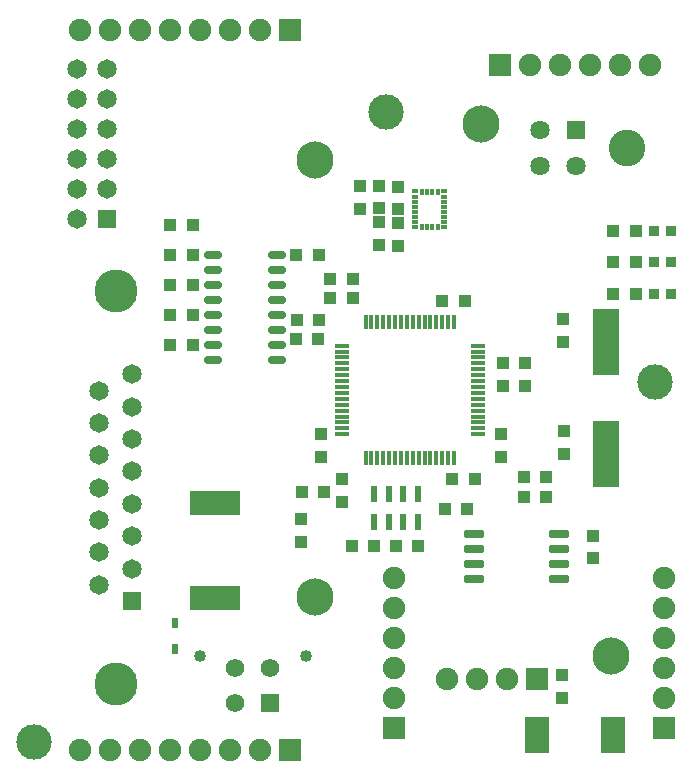
<source format=gts>
G04*
G04 #@! TF.GenerationSoftware,Altium Limited,Altium Designer,20.2.6 (244)*
G04*
G04 Layer_Color=8388736*
%FSLAX44Y44*%
%MOMM*%
G71*
G04*
G04 #@! TF.SameCoordinates,C4BD39D4-7D46-4A15-92C5-5DF00FED93ED*
G04*
G04*
G04 #@! TF.FilePolarity,Negative*
G04*
G01*
G75*
%ADD15R,0.9000X0.9000*%
%ADD29R,1.0000X1.0000*%
%ADD30R,4.3000X2.1000*%
%ADD31R,1.0000X1.0000*%
%ADD32R,0.6000X0.9000*%
%ADD33R,0.4000X1.3000*%
%ADD34R,1.3000X0.4000*%
G04:AMPARAMS|DCode=35|XSize=1.71mm|YSize=0.68mm|CornerRadius=0.195mm|HoleSize=0mm|Usage=FLASHONLY|Rotation=0.000|XOffset=0mm|YOffset=0mm|HoleType=Round|Shape=RoundedRectangle|*
%AMROUNDEDRECTD35*
21,1,1.7100,0.2900,0,0,0.0*
21,1,1.3200,0.6800,0,0,0.0*
1,1,0.3900,0.6600,-0.1450*
1,1,0.3900,-0.6600,-0.1450*
1,1,0.3900,-0.6600,0.1450*
1,1,0.3900,0.6600,0.1450*
%
%ADD35ROUNDEDRECTD35*%
%ADD36R,2.1000X3.1000*%
%ADD37R,0.6300X1.4100*%
%ADD38O,1.5500X0.7000*%
%ADD39R,0.6300X0.3800*%
%ADD40R,0.3800X0.6300*%
%ADD41R,2.2000X5.7000*%
%ADD42C,3.0000*%
%ADD43C,1.6500*%
%ADD44R,1.6500X1.6500*%
%ADD45C,3.6500*%
%ADD46R,1.5700X1.5700*%
%ADD47C,1.5700*%
%ADD48C,1.0200*%
%ADD49C,1.9000*%
%ADD50R,1.9000X1.9000*%
%ADD51R,1.9000X1.9000*%
%ADD52C,3.1480*%
%ADD53C,1.6300*%
%ADD54R,1.6300X1.6300*%
%ADD55C,3.1000*%
D15*
X561340Y406400D02*
D03*
X546340D02*
D03*
X561340Y433070D02*
D03*
X546340D02*
D03*
X561340Y459740D02*
D03*
X546340D02*
D03*
D29*
X248500Y239000D02*
D03*
X267500D02*
D03*
X388500Y224000D02*
D03*
X369500D02*
D03*
X291501Y402520D02*
D03*
X272500D02*
D03*
X291500Y419000D02*
D03*
X272500D02*
D03*
X455500Y233958D02*
D03*
X436500D02*
D03*
X436458Y251000D02*
D03*
X455458D02*
D03*
X512340Y406400D02*
D03*
X531340D02*
D03*
X512340Y433070D02*
D03*
X531340D02*
D03*
X512340Y459740D02*
D03*
X531340D02*
D03*
X367501Y400520D02*
D03*
X386501D02*
D03*
X395000Y250000D02*
D03*
X376000D02*
D03*
X156210Y439420D02*
D03*
X137210D02*
D03*
X310000Y193000D02*
D03*
X291000D02*
D03*
X328000Y193000D02*
D03*
X347000D02*
D03*
X137210Y464820D02*
D03*
X156210D02*
D03*
X137210Y414020D02*
D03*
X156210D02*
D03*
X243840Y439420D02*
D03*
X262840D02*
D03*
X156210Y388620D02*
D03*
X137210D02*
D03*
X156210Y363220D02*
D03*
X137210D02*
D03*
X243500Y368000D02*
D03*
X262500D02*
D03*
X244500Y384000D02*
D03*
X263500D02*
D03*
D30*
X175000Y229000D02*
D03*
Y149000D02*
D03*
D31*
X248000Y196500D02*
D03*
Y215500D02*
D03*
X469000Y83500D02*
D03*
Y64500D02*
D03*
X495000Y182500D02*
D03*
Y201500D02*
D03*
X298000Y497500D02*
D03*
Y478500D02*
D03*
X330000Y466000D02*
D03*
Y447000D02*
D03*
X418501Y347520D02*
D03*
Y328520D02*
D03*
X437500Y347520D02*
D03*
Y328520D02*
D03*
X470500Y290020D02*
D03*
Y271020D02*
D03*
X469501Y385020D02*
D03*
Y366020D02*
D03*
X282501Y249520D02*
D03*
Y230520D02*
D03*
X264501Y287520D02*
D03*
Y268520D02*
D03*
X417501Y287520D02*
D03*
Y268520D02*
D03*
X314000Y467000D02*
D03*
Y448000D02*
D03*
Y479000D02*
D03*
Y498000D02*
D03*
X330000Y478000D02*
D03*
Y497000D02*
D03*
D32*
X141000Y106000D02*
D03*
Y128000D02*
D03*
D33*
X377500Y267500D02*
D03*
X372501D02*
D03*
X367501D02*
D03*
X362500D02*
D03*
X357501D02*
D03*
X352500D02*
D03*
X347500D02*
D03*
X342501D02*
D03*
X337500D02*
D03*
X332501D02*
D03*
X327500D02*
D03*
X322500D02*
D03*
X317501D02*
D03*
X312500D02*
D03*
X307501D02*
D03*
X302501D02*
D03*
Y382500D02*
D03*
X307501D02*
D03*
X312500D02*
D03*
X317501D02*
D03*
X322500D02*
D03*
X327500D02*
D03*
X332501D02*
D03*
X337500D02*
D03*
X342501D02*
D03*
X347500D02*
D03*
X352500D02*
D03*
X357501D02*
D03*
X362500D02*
D03*
X367501D02*
D03*
X372501D02*
D03*
X377500D02*
D03*
D34*
X282501Y287500D02*
D03*
Y292500D02*
D03*
Y297500D02*
D03*
Y302500D02*
D03*
Y307500D02*
D03*
Y312500D02*
D03*
Y317500D02*
D03*
Y322500D02*
D03*
Y327500D02*
D03*
Y332500D02*
D03*
Y337500D02*
D03*
Y342500D02*
D03*
Y347500D02*
D03*
Y352500D02*
D03*
Y357500D02*
D03*
Y362500D02*
D03*
X397501D02*
D03*
Y357500D02*
D03*
Y352500D02*
D03*
Y347500D02*
D03*
Y342500D02*
D03*
Y337500D02*
D03*
Y332500D02*
D03*
Y327500D02*
D03*
Y322500D02*
D03*
Y317500D02*
D03*
Y312500D02*
D03*
Y307500D02*
D03*
Y302500D02*
D03*
Y297500D02*
D03*
Y292500D02*
D03*
Y287500D02*
D03*
D35*
X393950Y203050D02*
D03*
Y190350D02*
D03*
Y177650D02*
D03*
Y164950D02*
D03*
X466050D02*
D03*
Y177650D02*
D03*
Y190350D02*
D03*
Y203050D02*
D03*
D36*
X448000Y33000D02*
D03*
X512000D02*
D03*
D37*
X322000Y237000D02*
D03*
X334500D02*
D03*
X347000D02*
D03*
Y213000D02*
D03*
X334500D02*
D03*
X322000D02*
D03*
X309500Y237000D02*
D03*
Y213000D02*
D03*
D38*
X227500Y350500D02*
D03*
Y363200D02*
D03*
Y375900D02*
D03*
Y388600D02*
D03*
Y401300D02*
D03*
Y414000D02*
D03*
Y426700D02*
D03*
Y439400D02*
D03*
X173000Y350500D02*
D03*
Y363200D02*
D03*
Y375900D02*
D03*
Y388600D02*
D03*
Y401300D02*
D03*
Y414000D02*
D03*
Y426700D02*
D03*
Y439400D02*
D03*
D39*
X344800Y462950D02*
D03*
X369200D02*
D03*
Y467250D02*
D03*
Y471550D02*
D03*
Y475850D02*
D03*
Y480150D02*
D03*
Y484450D02*
D03*
Y488750D02*
D03*
Y493050D02*
D03*
X344800D02*
D03*
Y488750D02*
D03*
Y484450D02*
D03*
Y480150D02*
D03*
Y475850D02*
D03*
Y471550D02*
D03*
Y467250D02*
D03*
D40*
X350550Y463300D02*
D03*
X354850D02*
D03*
X359150D02*
D03*
X363450D02*
D03*
Y492700D02*
D03*
X359150D02*
D03*
X354850D02*
D03*
X350550D02*
D03*
D41*
X505793Y271020D02*
D03*
Y366020D02*
D03*
D42*
X22000Y27000D02*
D03*
X548000Y332000D02*
D03*
X320000Y560000D02*
D03*
D43*
X104922Y338200D02*
D03*
Y310800D02*
D03*
Y283400D02*
D03*
Y256000D02*
D03*
Y228600D02*
D03*
Y201200D02*
D03*
Y173800D02*
D03*
X76522Y324500D02*
D03*
Y297100D02*
D03*
Y269700D02*
D03*
Y160100D02*
D03*
Y187500D02*
D03*
Y242300D02*
D03*
Y214900D02*
D03*
X84000Y494800D02*
D03*
Y520200D02*
D03*
Y545600D02*
D03*
Y571000D02*
D03*
Y596400D02*
D03*
X58600Y469400D02*
D03*
Y494800D02*
D03*
Y520200D02*
D03*
Y545600D02*
D03*
Y571000D02*
D03*
Y596400D02*
D03*
D44*
X104922Y146400D02*
D03*
X84000Y469400D02*
D03*
D45*
X91000Y409000D02*
D03*
Y75800D02*
D03*
D46*
X222000Y60000D02*
D03*
D47*
X192000D02*
D03*
X222000Y90000D02*
D03*
X192000D02*
D03*
D48*
X162000Y99400D02*
D03*
X252000D02*
D03*
D49*
X327000Y165500D02*
D03*
X326999Y140101D02*
D03*
X327001Y114700D02*
D03*
Y89300D02*
D03*
Y63900D02*
D03*
X422700Y80000D02*
D03*
X397300D02*
D03*
X371900D02*
D03*
X61097Y630000D02*
D03*
X86497D02*
D03*
X213497Y629999D02*
D03*
X188097D02*
D03*
X162697D02*
D03*
X137295Y630001D02*
D03*
X111896Y630000D02*
D03*
X543500Y600000D02*
D03*
X518101Y599999D02*
D03*
X492700Y600001D02*
D03*
X467300D02*
D03*
X441900D02*
D03*
X61097Y20000D02*
D03*
X86497D02*
D03*
X213497Y19999D02*
D03*
X188097D02*
D03*
X162697D02*
D03*
X137295Y20001D02*
D03*
X111896Y20000D02*
D03*
X555601Y63900D02*
D03*
Y89300D02*
D03*
Y114700D02*
D03*
X555599Y140101D02*
D03*
X555600Y165500D02*
D03*
D50*
X327001Y38500D02*
D03*
X555601D02*
D03*
D51*
X448100Y80000D02*
D03*
X238897Y629999D02*
D03*
X416500Y600001D02*
D03*
X238897Y19999D02*
D03*
D52*
X400000Y550000D02*
D03*
X510000Y100000D02*
D03*
X260000Y150000D02*
D03*
Y520000D02*
D03*
D53*
X450400Y515000D02*
D03*
Y545000D02*
D03*
X480400Y515000D02*
D03*
D54*
Y545000D02*
D03*
D55*
X523600Y530000D02*
D03*
M02*

</source>
